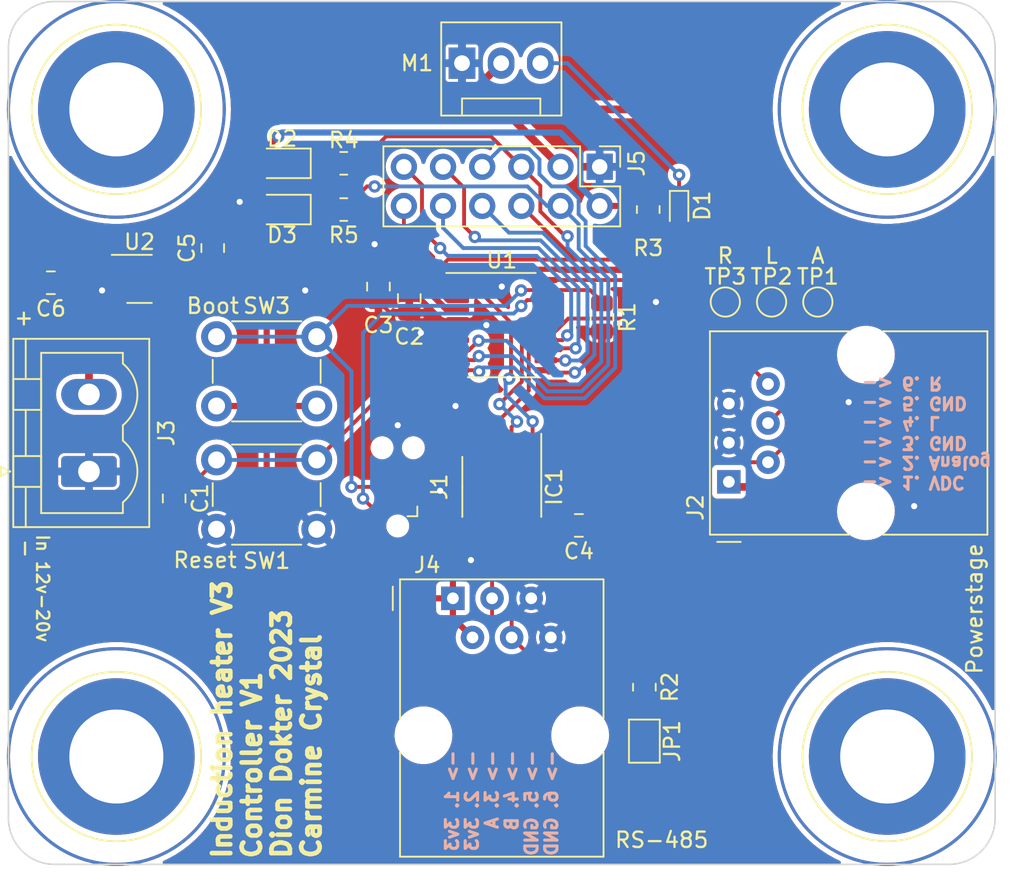
<source format=kicad_pcb>
(kicad_pcb (version 20221018) (generator pcbnew)
  (layers (0 "F.Cu" signal) (31 "B.Cu" signal) (34 "B.Paste" user) (35 "F.Paste" user) (36 "B.SilkS" user "B.Silkscreen") (37 "F.SilkS" user "F.Silkscreen") (38 "B.Mask" user) (39 "F.Mask" user) (44 "Edge.Cuts" user))
  (net 0 "")
  (net 1 "Net-(J1-~{RESET})")
  (net 2 "GND")
  (net 3 "+3V3")
  (net 4 "RS485_RX")
  (net 5 "RS485_DE")
  (net 6 "RS485_TX")
  (net 7 "Net-(IC1-A)")
  (net 8 "SWDIO")
  (net 9 "SWCLK")
  (net 11 "ANALOG_L")
  (net 12 "DRIVER_L")
  (net 13 "DRIVER_R")
  (net 14 "VDC")
  (net 15 "Net-(D1-K)")
  (net 16 "FAN_TACHO")
  (net 17 "HEADER_7")
  (net 18 "HEADER_8")
  (net 19 "HEADER_9")
  (net 20 "HEADER_10")
  (net 21 "HEADER_11")
  (net 22 "HEADER_12")
  (net 23 "Net-(JP1-A)")
  (net 25 "Net-(D2-K)")
  (net 26 "Net-(D3-K)")
  (net 27 "LED_G")
  (net 28 "LED_R")
  (net 29 "Net-(IC1-B)")
  (footprint "Capacitor_SMD:C_0805_2012Metric" (layer "F.Cu") (at 80 77 180)
    (fp_text reference "C4" (at 0 -1.68) (layer "F.SilkS"))
    (fp_text value "100n")
    (pad "1" smd roundrect (at -0.95 0 180) (size 1 1.45) (layers "F.Cu" "F.Paste" "F.Mask") (net 2 "GND"))
    (pad "2" smd roundrect (at 0.95 0 180) (size 1 1.45) (layers "F.Cu" "F.Paste" "F.Mask") (net 3 "+3V3"))
  )
  (footprint "Resistor_SMD:R_0805_2012Metric_Pad1.20x1.40mm_HandSolder" (layer "F.Cu") (at 84.5 56.5 -90)
    (fp_text reference "R3" (at 2.5 0 -180) (layer "F.SilkS"))
    (fp_text value "10k")
    (pad "1" smd roundrect (at -1 0 270) (size 1.2 1.4) (layers "F.Cu" "F.Paste" "F.Mask") (roundrect_rratio 0.208333) (net 3 "+3V3"))
    (pad "2" smd roundrect (at 1 0 270) (size 1.2 1.4) (layers "F.Cu" "F.Paste" "F.Mask") (roundrect_rratio 0.208333) (net 16 "FAN_TACHO"))
  )
  (footprint "Capacitor_SMD:C_0805_2012Metric" (layer "F.Cu") (at 56.25 59 90)
    (fp_text reference "C5" (at 0 -1.68 90) (layer "F.SilkS"))
    (fp_text value "1u")
    (pad "1" smd roundrect (at -0.95 0 90) (size 1 1.45) (layers "F.Cu" "F.Paste" "F.Mask") (net 3 "+3V3"))
    (pad "2" smd roundrect (at 0.95 0 90) (size 1 1.45) (layers "F.Cu" "F.Paste" "F.Mask") (net 2 "GND"))
  )
  (footprint "Button_Switch_THT:SW_PUSH_6mm" (layer "F.Cu") (at 56.5 64.75)
    (fp_text reference "SW3" (at 3.25 -2) (layer "F.SilkS"))
    (fp_text value "SW_Push")
    (pad "1" thru_hole circle (at 0 0 90) (size 2 2) (drill 1.1) (layers "*.Cu" "*.Mask") (net 9 "SWCLK"))
    (pad "1" thru_hole circle (at 6.5 0 90) (size 2 2) (drill 1.1) (layers "*.Cu" "*.Mask") (net 9 "SWCLK"))
    (pad "2" thru_hole circle (at 0 4.5 90) (size 2 2) (drill 1.1) (layers "*.Cu" "*.Mask") (net 3 "+3V3"))
    (pad "2" thru_hole circle (at 6.5 4.5 90) (size 2 2) (drill 1.1) (layers "*.Cu" "*.Mask") (net 3 "+3V3"))
  )
  (footprint "Package_TO_SOT_SMD:SOT-23-5" (layer "F.Cu") (at 51.5 61)
    (fp_text reference "U2" (at 0 -2.4) (layer "F.SilkS"))
    (fp_text value "NCP718xSN330")
    (pad "1" smd roundrect (at -1.1375 -0.95) (size 1.325 0.6) (layers "F.Cu" "F.Paste" "F.Mask") (net 14 "VDC"))
    (pad "2" smd roundrect (at -1.1375 0) (size 1.325 0.6) (layers "F.Cu" "F.Paste" "F.Mask") (net 2 "GND"))
    (pad "3" smd roundrect (at -1.1375 0.95) (size 1.325 0.6) (layers "F.Cu" "F.Paste" "F.Mask") (net 14 "VDC"))
    (pad "4" smd roundrect (at 1.1375 0.95) (size 1.325 0.6) (layers "F.Cu" "F.Paste" "F.Mask"))
    (pad "5" smd roundrect (at 1.1375 -0.95) (size 1.325 0.6) (layers "F.Cu" "F.Paste" "F.Mask") (net 3 "+3V3"))
  )
  (footprint "Connector:Banana_Jack_1Pin" (layer "F.Cu") (at 100 50)
    (fp_text reference "H3" hide)
    (fp_text value "MountingHole")
    (pad "1" thru_hole circle (at 0 0) (size 10.16 10.16) (drill 6.1) (layers "*.Cu" "*.Mask"))
  )
  (footprint "Connector_Phoenix_MSTB:PhoenixContact_MSTBVA_2,5_2-G_1x02_P5.00mm_Vertical" (layer "F.Cu") (at 48.2225 73.5 90)
    (fp_text reference "J3" (at 2.5 5.0275 90) (layer "F.SilkS"))
    (fp_text value "Screw_Terminal_01x02")
    (pad "1" thru_hole roundrect (at 0 0 90) (size 2 3.6) (drill 1.4) (layers "*.Cu" "*.Mask") (roundrect_rratio 0.125) (net 2 "GND"))
    (pad "2" thru_hole oval (at 5 0 90) (size 2 3.6) (drill 1.4) (layers "*.Cu" "*.Mask") (net 14 "VDC"))
  )
  (footprint "Package_SO:TSSOP-20_4.4x6.5mm_P0.65mm" (layer "F.Cu") (at 75 64)
    (fp_text reference "U1" (at 0 -4.2) (layer "F.SilkS"))
    (fp_text value "STM32G030F6Px")
    (pad "1" smd roundrect (at -2.8625 -2.925) (size 1.475 0.4) (layers "F.Cu" "F.Paste" "F.Mask") (net 4 "RS485_RX"))
    (pad "2" smd roundrect (at -2.8625 -2.275) (size 1.475 0.4) (layers "F.Cu" "F.Paste" "F.Mask") (net 16 "FAN_TACHO"))
    (pad "3" smd roundrect (at -2.8625 -1.625) (size 1.475 0.4) (layers "F.Cu" "F.Paste" "F.Mask") (net 22 "HEADER_12"))
    (pad "4" smd roundrect (at -2.8625 -0.975) (size 1.475 0.4) (layers "F.Cu" "F.Paste" "F.Mask") (net 3 "+3V3"))
    (pad "5" smd roundrect (at -2.8625 -0.325) (size 1.475 0.4) (layers "F.Cu" "F.Paste" "F.Mask") (net 2 "GND"))
    (pad "6" smd roundrect (at -2.8625 0.325) (size 1.475 0.4) (layers "F.Cu" "F.Paste" "F.Mask") (net 1 "Net-(J1-~{RESET})"))
    (pad "7" smd roundrect (at -2.8625 0.975) (size 1.475 0.4) (layers "F.Cu" "F.Paste" "F.Mask") (net 11 "ANALOG_L"))
    (pad "8" smd roundrect (at -2.8625 1.625) (size 1.475 0.4) (layers "F.Cu" "F.Paste" "F.Mask") (net 28 "LED_R"))
    (pad "9" smd roundrect (at -2.8625 2.275) (size 1.475 0.4) (layers "F.Cu" "F.Paste" "F.Mask") (net 27 "LED_G"))
    (pad "10" smd roundrect (at -2.8625 2.925) (size 1.475 0.4) (layers "F.Cu" "F.Paste" "F.Mask") (net 17 "HEADER_7"))
    (pad "11" smd roundrect (at 2.8625 2.925) (size 1.475 0.4) (layers "F.Cu" "F.Paste" "F.Mask") (net 18 "HEADER_8"))
    (pad "12" smd roundrect (at 2.8625 2.275) (size 1.475 0.4) (layers "F.Cu" "F.Paste" "F.Mask") (net 19 "HEADER_9"))
    (pad "13" smd roundrect (at 2.8625 1.625) (size 1.475 0.4) (layers "F.Cu" "F.Paste" "F.Mask") (net 20 "HEADER_10"))
    (pad "14" smd roundrect (at 2.8625 0.975) (size 1.475 0.4) (layers "F.Cu" "F.Paste" "F.Mask") (net 21 "HEADER_11"))
    (pad "15" smd roundrect (at 2.8625 0.325) (size 1.475 0.4) (layers "F.Cu" "F.Paste" "F.Mask") (net 13 "DRIVER_R"))
    (pad "16" smd roundrect (at 2.8625 -0.325) (size 1.475 0.4) (layers "F.Cu" "F.Paste" "F.Mask") (net 6 "RS485_TX"))
    (pad "17" smd roundrect (at 2.8625 -0.975) (size 1.475 0.4) (layers "F.Cu" "F.Paste" "F.Mask") (net 5 "RS485_DE"))
    (pad "18" smd roundrect (at 2.8625 -1.625) (size 1.475 0.4) (layers "F.Cu" "F.Paste" "F.Mask") (net 8 "SWDIO"))
    (pad "19" smd roundrect (at 2.8625 -2.275) (size 1.475 0.4) (layers "F.Cu" "F.Paste" "F.Mask") (net 9 "SWCLK"))
    (pad "20" smd roundrect (at 2.8625 -2.925) (size 1.475 0.4) (layers "F.Cu" "F.Paste" "F.Mask") (net 12 "DRIVER_L"))
  )
  (footprint "Connector:Tag-Connect_TC2030-IDC-NL_2x03_P1.27mm_Vertical" (layer "F.Cu") (at 68.25 74.5 90)
    (fp_text reference "J1" (at 0 2.7 90) (layer "F.SilkS"))
    (fp_text value "Conn_ARM_SWD_TagConnect_TC2030-NL")
    (pad "" np_thru_hole circle (at -2.54 0 90) (size 0.9906 0.9906) (drill 0.9906) (layers "*.Cu" "*.Mask"))
    (pad "" np_thru_hole circle (at 2.54 -1.016 90) (size 0.9906 0.9906) (drill 0.9906) (layers "*.Cu" "*.Mask"))
    (pad "" np_thru_hole circle (at 2.54 1.016 90) (size 0.9906 0.9906) (drill 0.9906) (layers "*.Cu" "*.Mask"))
    (pad "1" connect circle (at -1.27 0.635 90) (size 0.7874 0.7874) (layers "F.Cu" "F.Mask") (net 3 "+3V3"))
    (pad "2" connect circle (at -1.27 -0.635 90) (size 0.7874 0.7874) (layers "F.Cu" "F.Mask") (net 8 "SWDIO"))
    (pad "3" connect circle (at 0 0.635 90) (size 0.7874 0.7874) (layers "F.Cu" "F.Mask") (net 1 "Net-(J1-~{RESET})"))
    (pad "4" connect circle (at 0 -0.635 90) (size 0.7874 0.7874) (layers "F.Cu" "F.Mask") (net 9 "SWCLK"))
    (pad "5" connect circle (at 1.27 0.635 90) (size 0.7874 0.7874) (layers "F.Cu" "F.Mask") (net 2 "GND"))
    (pad "6" connect circle (at 1.27 -0.635 90) (size 0.7874 0.7874) (layers "F.Cu" "F.Mask"))
    (zone (net 0) (net_name "") (layer "F.Cu") (connect_pads (clearance 0)) (min_thickness 0.254)
      (keepout (tracks allowed) (vias not_allowed) (pads allowed) (copperpour not_allowed) (footprints not_allowed))
      (fill (thermal_gap 0.508) (thermal_bridge_width 0.508))
      (polygon (pts (xy 67.615 73.23) (xy 67.615 75.77) (xy 68.885 75.77) (xy 68.885 73.23)))
    )
  )
  (footprint "Connector:Banana_Jack_1Pin" (layer "F.Cu") (at 50 92)
    (fp_text reference "H2" hide)
    (fp_text value "MountingHole")
    (pad "1" thru_hole circle (at 0 0) (size 10.16 10.16) (drill 6.1) (layers "*.Cu" "*.Mask"))
  )
  (footprint "Capacitor_SMD:C_0805_2012Metric" (layer "F.Cu") (at 67 61.5 90)
    (fp_text reference "C3" (at -2.5 0 180) (layer "F.SilkS"))
    (fp_text value "4.7u")
    (pad "1" smd roundrect (at -0.95 0 90) (size 1 1.45) (layers "F.Cu" "F.Paste" "F.Mask") (net 2 "GND"))
    (pad "2" smd roundrect (at 0.95 0 90) (size 1 1.45) (layers "F.Cu" "F.Paste" "F.Mask") (net 3 "+3V3"))
  )
  (footprint "Resistor_SMD:R_0805_2012Metric_Pad1.20x1.40mm_HandSolder" (layer "F.Cu") (at 64.75 53.5 180)
    (fp_text reference "R4" (at 0 1.5) (layer "F.SilkS"))
    (fp_text value "100")
    (pad "1" smd roundrect (at -1 0 180) (size 1.2 1.4) (layers "F.Cu" "F.Paste" "F.Mask") (roundrect_rratio 0.208333) (net 28 "LED_R"))
    (pad "2" smd roundrect (at 1 0 180) (size 1.2 1.4) (layers "F.Cu" "F.Paste" "F.Mask") (roundrect_rratio 0.208333) (net 25 "Net-(D2-K)"))
  )
  (footprint "Resistor_SMD:R_0805_2012Metric_Pad1.20x1.40mm_HandSolder" (layer "F.Cu") (at 64.75 56.5 180)
    (fp_text reference "R5" (at 0 -1.65) (layer "F.SilkS"))
    (fp_text value "20")
    (pad "1" smd roundrect (at -1 0 180) (size 1.2 1.4) (layers "F.Cu" "F.Paste" "F.Mask") (roundrect_rratio 0.208333) (net 27 "LED_G"))
    (pad "2" smd roundrect (at 1 0 180) (size 1.2 1.4) (layers "F.Cu" "F.Paste" "F.Mask") (roundrect_rratio 0.208333) (net 26 "Net-(D3-K)"))
  )
  (footprint "Capacitor_SMD:C_0805_2012Metric" (layer "F.Cu") (at 69 62.25 90)
    (fp_text reference "C2" (at -2.5 0 180) (layer "F.SilkS"))
    (fp_text value "100n")
    (pad "1" smd roundrect (at -0.95 0 90) (size 1 1.45) (layers "F.Cu" "F.Paste" "F.Mask") (net 2 "GND"))
    (pad "2" smd roundrect (at 0.95 0 90) (size 1 1.45) (layers "F.Cu" "F.Paste" "F.Mask") (net 3 "+3V3"))
  )
  (footprint "Connector_RJ:RJ12_Amphenol_54601" (layer "F.Cu") (at 71.83 81.73)
    (fp_text reference "J4" (at -1.67 -2.16) (layer "F.SilkS"))
    (fp_text value "RJ12")
    (pad "" np_thru_hole circle (at -1.91 8.89) (size 3.25 3.25) (drill 3.25) (layers "*.Cu" "*.Mask"))
    (pad "" np_thru_hole circle (at 8.25 8.89) (size 3.25 3.25) (drill 3.25) (layers "*.Cu" "*.Mask"))
    (pad "1" thru_hole rect (at 0 0) (size 1.52 1.52) (drill 0.76) (layers "*.Cu" "*.Mask") (net 3 "+3V3"))
    (pad "2" thru_hole circle (at 1.27 2.54) (size 1.52 1.52) (drill 0.76) (layers "*.Cu" "*.Mask") (net 3 "+3V3"))
    (pad "3" thru_hole circle (at 2.54 0) (size 1.52 1.52) (drill 0.76) (layers "*.Cu" "*.Mask") (net 7 "Net-(IC1-A)"))
    (pad "4" thru_hole circle (at 3.81 2.54) (size 1.52 1.52) (drill 0.76) (layers "*.Cu" "*.Mask") (net 29 "Net-(IC1-B)"))
    (pad "5" thru_hole circle (at 5.08 0) (size 1.52 1.52) (drill 0.76) (layers "*.Cu" "*.Mask") (net 2 "GND"))
    (pad "6" thru_hole circle (at 6.35 2.54) (size 1.52 1.52) (drill 0.76) (layers "*.Cu" "*.Mask") (net 2 "GND"))
  )
  (footprint "TestPoint:TestPoint_Pad_D1.5mm" (layer "F.Cu") (at 92.5 62.5)
    (fp_text reference "TP2" (at 0 -1.648) (layer "F.SilkS"))
    (fp_text value "TestPoint")
    (pad "1" smd circle (at 0 0) (size 1.5 1.5) (layers "F.Cu" "F.Mask") (net 12 "DRIVER_L"))
  )
  (footprint "Capacitor_SMD:C_0805_2012Metric" (layer "F.Cu") (at 45.75 61.25 180)
    (fp_text reference "C6" (at 0 -1.68) (layer "F.SilkS"))
    (fp_text value "1u")
    (pad "1" smd roundrect (at -0.95 0 180) (size 1 1.45) (layers "F.Cu" "F.Paste" "F.Mask") (net 14 "VDC"))
    (pad "2" smd roundrect (at 0.95 0 180) (size 1 1.45) (layers "F.Cu" "F.Paste" "F.Mask") (net 2 "GND"))
  )
  (footprint "Connector_RJ:RJ12_Amphenol_54601" (layer "F.Cu") (at 89.73 74.17 90)
    (fp_text reference "J2" (at -1.67 -2.16 90) (layer "F.SilkS"))
    (fp_text value "RJ12")
    (pad "" np_thru_hole circle (at -1.91 8.89 90) (size 3.25 3.25) (drill 3.25) (layers "*.Cu" "*.Mask"))
    (pad "" np_thru_hole circle (at 8.25 8.89 90) (size 3.25 3.25) (drill 3.25) (layers "*.Cu" "*.Mask"))
    (pad "1" thru_hole rect (at 0 0 90) (size 1.52 1.52) (drill 0.76) (layers "*.Cu" "*.Mask") (net 14 "VDC"))
    (pad "2" thru_hole circle (at 1.27 2.54 90) (size 1.52 1.52) (drill 0.76) (layers "*.Cu" "*.Mask") (net 11 "ANALOG_L"))
    (pad "3" thru_hole circle (at 2.54 0 90) (size 1.52 1.52) (drill 0.76) (layers "*.Cu" "*.Mask") (net 2 "GND"))
    (pad "4" thru_hole circle (at 3.81 2.54 90) (size 1.52 1.52) (drill 0.76) (layers "*.Cu" "*.Mask") (net 12 "DRIVER_L"))
    (pad "5" thru_hole circle (at 5.08 0 90) (size 1.52 1.52) (drill 0.76) (layers "*.Cu" "*.Mask") (net 2 "GND"))
    (pad "6" thru_hole circle (at 6.35 2.54 90) (size 1.52 1.52) (drill 0.76) (layers "*.Cu" "*.Mask") (net 13 "DRIVER_R"))
  )
  (footprint "Connector_PinHeader_2.54mm:PinHeader_2x06_P2.54mm_Vertical" (layer "F.Cu") (at 81.35 53.725 -90)
    (fp_text reference "J5" (at -0.225 -2.4 90) (layer "F.SilkS"))
    (fp_text value "Conn_02x06_Top_Bottom")
    (pad "1" thru_hole rect (at 0 0 270) (size 1.7 1.7) (drill 1) (layers "*.Cu" "*.Mask") (net 2 "GND"))
    (pad "2" thru_hole oval (at 2.54 0 270) (size 1.7 1.7) (drill 1) (layers "*.Cu" "*.Mask") (net 3 "+3V3"))
    (pad "3" thru_hole oval (at 0 2.54 270) (size 1.7 1.7) (drill 1) (layers "*.Cu" "*.Mask") (net 14 "VDC"))
    (pad "4" thru_hole oval (at 2.54 2.54 270) (size 1.7 1.7) (drill 1) (layers "*.Cu" "*.Mask") (net 27 "LED_G"))
    (pad "5" thru_hole oval (at 0 5.08 270) (size 1.7 1.7) (drill 1) (layers "*.Cu" "*.Mask") (net 28 "LED_R"))
    (pad "6" thru_hole oval (at 2.54 5.08 270) (size 1.7 1.7) (drill 1) (layers "*.Cu" "*.Mask") (net 16 "FAN_TACHO"))
    (pad "7" thru_hole oval (at 0 7.62 270) (size 1.7 1.7) (drill 1) (layers "*.Cu" "*.Mask") (net 17 "HEADER_7"))
    (pad "8" thru_hole oval (at 2.54 7.62 270) (size 1.7 1.7) (drill 1) (layers "*.Cu" "*.Mask") (net 18 "HEADER_8"))
    (pad "9" thru_hole oval (at 0 10.16 270) (size 1.7 1.7) (drill 1) (layers "*.Cu" "*.Mask") (net 19 "HEADER_9"))
    (pad "10" thru_hole oval (at 2.54 10.16 270) (size 1.7 1.7) (drill 1) (layers "*.Cu" "*.Mask") (net 20 "HEADER_10"))
    (pad "11" thru_hole oval (at 0 12.7 270) (size 1.7 1.7) (drill 1) (layers "*.Cu" "*.Mask") (net 21 "HEADER_11"))
    (pad "12" thru_hole oval (at 2.54 12.7 270) (size 1.7 1.7) (drill 1) (layers "*.Cu" "*.Mask") (net 22 "HEADER_12"))
  )
  (footprint "Connector:FanPinHeader_1x03_P2.54mm_Vertical" (layer "F.Cu") (at 72.42 47)
    (fp_text reference "M1" (at -2.92 0) (layer "F.SilkS"))
    (fp_text value "Fan_3pin")
    (pad "1" thru_hole oval (at 5.08 0 90) (size 2.03 1.73) (drill 1.02) (layers "*.Cu" "*.Mask") (net 15 "Net-(D1-K)"))
    (pad "2" thru_hole oval (at 2.54 0 90) (size 2.03 1.73) (drill 1.02) (layers "*.Cu" "*.Mask") (net 14 "VDC"))
    (pad "3" thru_hole rect (at 0 0 90) (size 2.03 1.73) (drill 1.02) (layers "*.Cu" "*.Mask") (net 2 "GND"))
  )
  (footprint "Connector:Banana_Jack_1Pin" (layer "F.Cu") (at 100 92)
    (fp_text reference "H4" hide)
    (fp_text value "MountingHole")
    (pad "1" thru_hole circle (at 0 0) (size 10.16 10.16) (drill 6.1) (layers "*.Cu" "*.Mask"))
  )
  (footprint "Package_SO:SOIC-8_3.9x4.9mm_P1.27mm" (layer "F.Cu") (at 75 74.5 -90)
    (fp_text reference "IC1" (at 0 -3.4 90) (layer "F.SilkS"))
    (fp_text value "THVD1449DR")
    (pad "1" smd roundrect (at -2.475 -1.905 270) (size 1.95 0.6) (layers "F.Cu" "F.Paste" "F.Mask") (net 4 "RS485_RX"))
    (pad "2" smd roundrect (at -2.475 -0.635 270) (size 1.95 0.6) (layers "F.Cu" "F.Paste" "F.Mask") (net 5 "RS485_DE"))
    (pad "3" smd roundrect (at -2.475 0.635 270) (size 1.95 0.6) (layers "F.Cu" "F.Paste" "F.Mask") (net 5 "RS485_DE"))
    (pad "4" smd roundrect (at -2.475 1.905 270) (size 1.95 0.6) (layers "F.Cu" "F.Paste" "F.Mask") (net 6 "RS485_TX"))
    (pad "5" smd roundrect (at 2.475 1.905 270) (size 1.95 0.6) (layers "F.Cu" "F.Paste" "F.Mask") (net 2 "GND"))
    (pad "6" smd roundrect (at 2.475 0.635 270) (size 1.95 0.6) (layers "F.Cu" "F.Paste" "F.Mask") (net 7 "Net-(IC1-A)"))
    (pad "7" smd roundrect (at 2.475 -0.635 270) (size 1.95 0.6) (layers "F.Cu" "F.Paste" "F.Mask") (net 29 "Net-(IC1-B)"))
    (pad "8" smd roundrect (at 2.475 -1.905 270) (size 1.95 0.6) (layers "F.Cu" "F.Paste" "F.Mask") (net 3 "+3V3"))
  )
  (footprint "Diode_SMD:D_SOD-523" (layer "F.Cu") (at 86.5 56.55 -90)
    (fp_text reference "D1" (at -0.3 -1.5 90) (layer "F.SilkS"))
    (fp_text value "D")
    (pad "1" smd roundrect (at -0.7 0 90) (size 0.6 0.7) (layers "F.Cu" "F.Paste" "F.Mask") (net 15 "Net-(D1-K)"))
    (pad "2" smd roundrect (at 0.7 0 90) (size 0.6 0.7) (layers "F.Cu" "F.Paste" "F.Mask") (net 16 "FAN_TACHO"))
  )
  (footprint "LED_SMD:LED_0805_2012Metric_Pad1.15x1.40mm_HandSolder" (layer "F.Cu") (at 60.75 53.5 180)
    (fp_text reference "D2" (at 0 1.6) (layer "F.SilkS"))
    (fp_text value "LED")
    (pad "1" smd roundrect (at -1.025 0 180) (size 1.15 1.4) (layers "F.Cu" "F.Paste" "F.Mask") (roundrect_rratio 0.217391) (net 25 "Net-(D2-K)"))
    (pad "2" smd roundrect (at 1.025 0 180) (size 1.15 1.4) (layers "F.Cu" "F.Paste" "F.Mask") (roundrect_rratio 0.217391) (net 3 "+3V3"))
  )
  (footprint "Capacitor_SMD:C_0805_2012Metric" (layer "F.Cu") (at 53.75 75.25 -90)
    (fp_text reference "C1" (at 0 -1.68 90) (layer "F.SilkS"))
    (fp_text value "100n")
    (pad "1" smd roundrect (at -0.95 0 270) (size 1 1.45) (layers "F.Cu" "F.Paste" "F.Mask") (net 1 "Net-(J1-~{RESET})"))
    (pad "2" smd roundrect (at 0.95 0 270) (size 1 1.45) (layers "F.Cu" "F.Paste" "F.Mask") (net 2 "GND"))
  )
  (footprint "Resistor_SMD:R_0805_2012Metric" (layer "F.Cu") (at 84.25 87.5 -90)
    (fp_text reference "R2" (at 0 -1.65 90) (layer "F.SilkS"))
    (fp_text value "120")
    (pad "1" smd roundrect (at -0.9125 0 270) (size 1.025 1.4) (layers "F.Cu" "F.Paste" "F.Mask") (roundrect_rratio 0.243902) (net 29 "Net-(IC1-B)"))
    (pad "2" smd roundrect (at 0.9125 0 270) (size 1.025 1.4) (layers "F.Cu" "F.Paste" "F.Mask") (roundrect_rratio 0.243902) (net 23 "Net-(JP1-A)"))
  )
  (footprint "Resistor_SMD:R_0805_2012Metric" (layer "F.Cu") (at 81.5 63.5 -90)
    (fp_text reference "R1" (at 0 -1.65 90) (layer "F.SilkS"))
    (fp_text value "10k")
    (pad "1" smd roundrect (at -0.9125 0 270) (size 1.025 1.4) (layers "F.Cu" "F.Paste" "F.Mask") (roundrect_rratio 0.243902) (net 9 "SWCLK"))
    (pad "2" smd roundrect (at 0.9125 0 270) (size 1.025 1.4) (layers "F.Cu" "F.Paste" "F.Mask") (roundrect_rratio 0.243902) (net 2 "GND"))
  )
  (footprint "Connector:Banana_Jack_1Pin" (layer "F.Cu") (at 50 50)
    (fp_text reference "H1" hide)
    (fp_text value "MountingHole")
    (pad "1" thru_hole circle (at 0 0) (size 10.16 10.16) (drill 6.1) (layers "*.Cu" "*.Mask"))
  )
  (footprint "TestPoint:TestPoint_Pad_D1.5mm" (layer "F.Cu") (at 95.5 62.5)
    (fp_text reference "TP1" (at 0 -1.648) (layer "F.SilkS"))
    (fp_text value "TestPoint")
    (pad "1" smd circle (at 0 0) (size 1.5 1.5) (layers "F.Cu" "F.Mask") (net 11 "ANALOG_L"))
  )
  (footprint "TestPoint:TestPoint_Pad_D1.5mm" (layer "F.Cu") (at 89.5 62.5)
    (fp_text reference "TP3" (at 0 -1.648) (layer "F.SilkS"))
    (fp_text value "TestPoint")
    (pad "1" smd circle (at 0 0) (size 1.5 1.5) (layers "F.Cu" "F.Mask") (net 13 "DRIVER_R"))
  )
  (footprint "Jumper:SolderJumper-2_P1.3mm_Open_TrianglePad1.0x1.5mm" (layer "F.Cu") (at 84.25 91 -90)
    (fp_text reference "JP1" (at 0 -1.8 90) (layer "F.SilkS"))
    (fp_text value "SolderJumper_2_Open")
    (pad "1" smd custom (at -0.725 0 270) (size 0.3 0.3) (layers "F.Cu" "F.Mask") (net 23 "Net-(JP1-A)") (options (clearance outline) (anchor rect)) (primitives (gr_poly (pts (xy 1 0) (xy 0.5 0.75) (xy -0.5 0.75) (xy -0.5 -0.75) (xy 0.5 -0.75)) (width 0) (fill yes))))
    (pad "2" smd custom (at 0.725 0 270) (size 0.3 0.3) (layers "F.Cu" "F.Mask") (net 7 "Net-(IC1-A)") (options (clearance outline) (anchor rect)) (primitives (gr_poly (pts (xy 0.5 0.75) (xy -0.65 0.75) (xy -0.15 0) (xy -0.65 -0.75) (xy 0.5 -0.75)) (width 0) (fill yes))))
  )
  (footprint "Button_Switch_THT:SW_PUSH_6mm" (layer "F.Cu") (at 56.5 72.75)
    (fp_text reference "SW1" (at 3.25 6.55) (layer "F.SilkS"))
    (fp_text value "SW_Push")
    (pad "1" thru_hole circle (at 0 0 90) (size 2 2) (drill 1.1) (layers "*.Cu" "*.Mask") (net 1 "Net-(J1-~{RESET})"))
    (pad "1" thru_hole circle (at 6.5 0 90) (size 2 2) (drill 1.1) (layers "*.Cu" "*.Mask") (net 1 "Net-(J1-~{RESET})"))
    (pad "2" thru_hole circle (at 0 4.5 90) (size 2 2) (drill 1.1) (layers "*.Cu" "*.Mask") (net 2 "GND"))
    (pad "2" thru_hole circle (at 6.5 4.5 90) (size 2 2) (drill 1.1) (layers "*.Cu" "*.Mask") (net 2 "GND"))
  )
  (footprint "LED_SMD:LED_0805_2012Metric_Pad1.15x1.40mm_HandSolder" (layer "F.Cu") (at 60.75 56.5 180)
    (fp_text reference "D3" (at 0 -1.65) (layer "F.SilkS"))
    (fp_text value "LED")
    (pad "1" smd roundrect (at -1.025 0 180) (size 1.15 1.4) (layers "F.Cu" "F.Paste" "F.Mask") (roundrect_rratio 0.217391) (net 26 "Net-(D3-K)"))
    (pad "2" smd roundrect (at 1.025 0 180) (size 1.15 1.4) (layers "F.Cu" "F.Paste" "F.Mask") (roundrect_rratio 0.217391) (net 3 "+3V3"))
  )
  (gr_circle (center 100 50) (end 107 50) (stroke (width 0.2)) (fill none) (layer "F.Cu"))
  (gr_circle (center 50 92) (end 57 92) (stroke (width 0.2)) (fill none) (layer "F.Cu"))
  (gr_circle (center 50 50) (end 57 50) (stroke (width 0.2)) (fill none) (layer "F.Cu"))
  (gr_circle (center 100 92) (end 107 92) (stroke (width 0.2)) (fill none) (layer "F.Cu"))
  (gr_circle (center 50 50) (end 57 50) (stroke (width 0.2)) (fill none) (layer "B.Cu"))
  (gr_circle (center 100 92) (end 107 92) (stroke (width 0.2)) (fill none) (layer "B.Cu"))
  (gr_circle (center 50 92) (end 57 92) (stroke (width 0.2)) (fill none) (layer "B.Cu"))
  (gr_circle (center 100 50) (end 107 50) (stroke (width 0.2)) (fill none) (layer "B.Cu"))
  (gr_arc (start 46 99) (mid 43.87868 98.12132) (end 43 96) (stroke (width 0.1)) (layer "Edge.Cuts"))
  (gr_arc (start 107 96) (mid 106.12132 98.12132) (end 104 99) (stroke (width 0.1)) (layer "Edge.Cuts"))
  (gr_line (start 46 43) (end 104 43) (stroke (width 0.1)) (layer "Edge.Cuts"))
  (gr_arc (start 43 46) (mid 43.87868 43.87868) (end 46 43) (stroke (width 0.1)) (layer "Edge.Cuts"))
  (gr_line (start 107 46) (end 107 96) (stroke (width 0.1)) (layer "Edge.Cuts"))
  (gr_line (start 104 99) (end 46 99) (stroke (width 0.1)) (layer "Edge.Cuts"))
  (gr_arc (start 104 43) (mid 106.12132 43.87868) (end 107 46) (stroke (width 0.1)) (layer "Edge.Cuts"))
  (gr_line (start 43 96) (end 43 46) (stroke (width 0.1)) (layer "Edge.Cuts"))
  (gr_text "-> 1. 3v3\n-> 2. 3v3\n-> 3. A\n-> 4. B\n-> 5. GND\n-> 6. GND" (at 75 91.5 90) (layer "B.SilkS") (effects (font (size 0.8 0.8) (thickness 0.2) bold) (justify left mirror)))
  (gr_text "-> 1. VDC\n-> 2. Analog\n-> 3. GND\n-> 4. L\n-> 5. GND\n-> 6. R" (at 98.25 71 180) (layer "B.SilkS") (effects (font (size 0.8 0.8) (thickness 0.2) bold) (justify left mirror)))
  (gr_text "Powerstage" (at 106.25 86.75 90) (layer "F.SilkS") (effects (font (size 1 1)) (justify left bottom)))
  (gr_text "+" (at 44 63.5) (layer "F.SilkS") (effects (font (size 1 1))))
  (gr_text "Boot" (at 56.25 62.75) (layer "F.SilkS") (effects (font (size 1 1))))
  (gr_text "In 12v-20v" (at 44.75 77.5 270) (layer "F.SilkS") (effects (font (size 0.8 0.8)) (justify left bottom)))
  (gr_text "-" (at 44 78.5 90) (layer "F.SilkS") (effects (font (size 1 1))))
  (gr_text "RS-485" (at 82.25 98) (layer "F.SilkS") (effects (font (size 1 1)) (justify left bottom)))
  (gr_text "Induction heater V3\nController V1\nDion Dokter 2023\nCarmine Crystal" (at 59.75 98.75 90) (layer "F.SilkS") (effects (font (size 1.2 1.2) (thickness 0.3) bold) (justify left)))
  (gr_text "A" (at 95.5 59.5) (layer "F.SilkS") (effects (font (size 1 1))))
  (gr_text "R\n" (at 89.5 59.5) (layer "F.SilkS") (effects (font (size 1 1))))
  (gr_text "L" (at 92.5 59.5) (layer "F.SilkS") (effects (font (size 1 1))))
  (gr_text "Reset" (at 55.75 79.25) (layer "F.SilkS") (effects (font (size 1 1))))
  (segment (start 68.125 68.125) (end 70.75 70.75) (width 0.25) (layer "F.Cu") (net 1))
  (segment (start 70.75 72.635) (end 68.885 74.5) (width 0.25) (layer "F.Cu") (net 1))
  (segment (start 63 72.75) (end 67.625 68.125) (width 0.25) (layer "F.Cu") (net 1))
  (segment (start 54.95 74.3) (end 53.75 74.3) (width 0.25) (layer "F.Cu") (net 1))
  (segment (start 67.625 68.125) (end 71.425 64.325) (width 0.25) (layer "F.Cu") (net 1))
  (segment (start 71.425 64.325) (end 72.1375 64.325) (width 0.25) (layer "F.Cu") (net 1))
  (segment (start 67.625 68.125) (end 68.125 68.125) (width 0.25) (layer "F.Cu") (net 1))
  (segment (start 70.75 70.75) (end 70.75 72.635) (width 0.25) (layer "F.Cu") (net 1))
  (segment (start 56.5 72.75) (end 54.95 74.3) (width 0.25) (layer "F.Cu") (net 1))
  (segment (start 56.5 72.75) (end 63 72.75) (width 0.25) (layer "B.Cu") (net 1))
  (segment (start 50.3625 61) (end 50.746751 61) (width 0.25) (layer "F.Cu") (net 2))
  (segment (start 51.5 60.5) (end 51 61) (width 0.25) (layer "F.Cu") (net 2))
  (segment (start 51 61) (end 50.3625 61) (width 0.25) (layer "F.Cu") (net 2))
  (segment (start 69 63.2) (end 67.75 63.2) (width 0.25) (layer "F.Cu") (net 2))
  (segment (start 51.5 59.5) (end 51.5 60.5) (width 0.25) (layer "F.Cu") (net 2))
  (segment (start 50.3625 61) (end 54 61) (width 0.25) (layer "F.Cu") (net 2))
  (segment (start 51.5 61.753249) (end 51.5 63) (width 0.25) (layer "F.Cu") (net 2))
  (segment (start 50.746751 61) (end 51.5 61.753249) (width 0.25) (layer "F.Cu") (net 2))
  (segment (start 68.25 72.595) (end 68.25 70.5) (width 0.25) (layer "F.Cu") (net 2))
  (segment (start 54 59.25) (end 51.75 59.25) (width 0.25) (layer "F.Cu") (net 2))
  (segment (start 67.75 63.2) (end 67 62.45) (width 0.25) (layer "F.Cu") (net 2))
  (segment (start 55.2 58.05) (end 54 59.25) (width 0.25) (layer "F.Cu") (net 2))
  (segment (start 51.75 59.25) (end 51.5 59.5) (width 0.25) (layer "F.Cu") (net 2))
  (segment (start 69.475 63.675) (end 69 63.2) (width 0.25) (layer "F.Cu") (net 2))
  (segment (start 72.1375 63.675) (end 69.475 63.675) (width 0.25) (layer "F.Cu") (net 2))
  (segment (start 56.25 58.05) (end 55.2 58.05) (width 0.25) (layer "F.Cu") (net 2))
  (segment (start 68.885 73.23) (end 68.25 72.595) (width 0.25) (layer "F.Cu") (net 2))
  (segment (start 73.675 63.675) (end 72.1375 63.675) (width 0.25) (layer "F.Cu") (net 2))
  (segment (start 55.45 76.2) (end 56.5 77.25) (width 0.25) (layer "F.Cu") (net 2))
  (segment (start 74 64) (end 73.675 63.675) (width 0.25) (layer "F.Cu") (net 2))
  (segment (start 53.75 76.2) (end 55.45 76.2) (width 0.25) (layer "F.Cu") (net 2))
  (via (at 75 61.5) (size 0.8) (drill 0.4) (layers "F.Cu" "B.Cu") (net 2))
  (via (at 68.25 70.5) (size 0.8) (drill 0.4) (layers "F.Cu" "B.Cu") (net 2))
  (via (at 66.75 58.75) (size 0.8) (drill 0.4) (layers "F.Cu" "B.Cu") (net 2))
  (via (at 85 62.5) (size 0.8) (drill 0.4) (layers "F.Cu" "B.Cu") (net 2))
  (via (at 58 56) (size 0.8) (drill 0.4) (layers "F.Cu" "B.Cu") (net 2))
  (via (at 71 74.75) (size 0.8) (drill 0.4) (layers "F.Cu" "B.Cu") (net 2))
  (via (at 72 69.25) (size 0.8) (drill 0.4) (layers "F.Cu" "B.Cu") (net 2))
  (via (at 62.25 61.75) (size 0.8) (drill 0.4) (layers "F.Cu" "B.Cu") (net 2))
  (via (at 74 64) (size 0.8) (drill 0.4) (layers "F.Cu" "B.Cu") (net 2))
  (via (at 69.75 64.5) (size 0.8) (drill 0.4) (layers "F.Cu" "B.Cu") (net 2))
  (via (at 73 79.25) (size 0.8) (drill 0.4) (layers "F.Cu" "B.Cu") (net 2))
  (via (at 49.072 61.75) (size 0.8) (drill 0.4) (layers "F.Cu" "B.Cu") (net 2))
  (via (at 97.5 69) (size 0.8) (drill 0.4) (layers "F.Cu" "B.Cu") (net 2))
  (via (at 101.75 75.75) (size 0.8) (drill 0.4) (layers "F.Cu" "B.Cu") (net 2))
  (segment (start 72.5 75.5) (end 75.806751 75.5) (width 0.4) (layer "F.Cu") (net 3))
  (segment (start 59.75 69.25) (end 59.75 77.5) (width 0.4) (layer "F.Cu") (net 3))
  (segment (start 79.05 77) (end 76.93 77) (width 0.4) (layer "F.Cu") (net 3))
  (segment (start 58.75 60.05) (end 67 60.05) (width 0.4) (layer "F.Cu") (net 3))
  (segment (start 59.725 59.075) (end 58.75 60.05) (width 0.4) (layer "F.Cu") (net 3))
  (segment (start 69.336979 60.913021) (end 69.711979 61.288021) (width 0.4) (layer "F.Cu") (net 3))
  (segment (start 67 60.05) (end 68.473959 60.05) (width 0.4) (layer "F.Cu") (net 3))
  (segment (start 69.711979 61.288021) (end 71.448959 63.025) (width 0.4) (layer "F.Cu") (net 3))
  (segment (start 60.5 51.75) (end 59.725 52.525) (width 0.4) (layer "F.Cu") (net 3))
  (segment (start 59.725 53.5) (end 59.725 56.5) (width 0.4) (layer "F.Cu") (net 3))
  (segment (start 70.5575 77.4425) (end 68.885 75.77) (width 0.4) (layer "F.Cu") (net 3))
  (segment (start 70.5575 77.4425) (end 72.5 75.5) (width 0.4) (layer "F.Cu") (net 3))
  (segment (start 67 60.55) (end 67 60.05) (width 0.4) (layer "F.Cu") (net 3))
  (segment (start 71.83 78.715) (end 70.5575 77.4425) (width 0.4) (layer "F.Cu") (net 3))
  (segment (start 69 61.3) (end 69 61.25) (width 0.4) (layer "F.Cu") (net 3))
  (segment (start 59.75 69.25) (end 63 69.25) (width 0.4) (layer "F.Cu") (net 3))
  (segment (start 82.985 56.265) (end 83.75 55.5) (width 0.4) (layer "F.Cu") (net 3))
  (segment (start 71.83 81.73) (end 71.83 83) (width 0.4) (layer "F.Cu") (net 3))
  (segment (start 59.75 77.5) (end 63.98 81.73) (width 0.4) (layer "F.Cu") (net 3))
  (segment (start 82.985 56.265) (end 81.35 56.265) (width 0.4) (layer "F.Cu") (net 3))
  (segment (start 76.905 76.598249) (end 76.905 76.975) (width 0.4) (layer "F.Cu") (net 3))
  (segment (start 75.806751 75.5) (end 76.905 76.598249) (width 0.4) (layer "F.Cu") (net 3))
  (segment (start 59.725 52.525) (end 59.725 53.5) (width 0.4) (layer "F.Cu") (net 3))
  (segment (start 68.473959 60.05) (end 69.336979 60.913021) (width 0.4) (layer "F.Cu") (net 3))
  (segment (start 59.725 56.5) (end 59.725 59.075) (width 0.4) (layer "F.Cu") (net 3))
  (segment (start 69 61.25) (end 69.336979 60.913021) (width 0.4) (layer "F.Cu") (net 3))
  (segment (start 83.75 55.5) (end 84.5 55.5) (width 0.4) (layer "F.Cu") (net 3))
  (segment (start 63.98 81.73) (end 71.83 81.73) (width 0.4) (layer "F.Cu") (net 3))
  (segment (start 76.93 77) (end 76.905 76.975) (width 0.4) (layer "F.Cu") (net 3))
  (segment (start 71.83 83) (end 73.1 84.27) (width 0.4) (layer "F.Cu") (net 3))
  (segment (start 71.448959 63.025) (end 72.1375 63.025) (width 0.4) (layer "F.Cu") (net 3))
  (segment (start 59.75 61.05) (end 58.75 60.05) (width 0.4) (layer "F.Cu") (net 3))
  (segment (start 56.5 69.25) (end 59.75 69.25) (width 0.4) (layer "F.Cu") (net 3))
  (segment (start 59.75 69.25) (end 59.75 61.05) (width 0.4) (layer "F.Cu") (net 3))
  (segment (start 52.6375 60.05) (end 58.75 60.05) (width 0.4) (layer "F.Cu") (net 3))
  (segment (start 71.83 81.73) (end 71.83 78.715) (width 0.4) (layer "F.Cu") (net 3))
  (via (at 60.5 51.75) (size 0.8) (drill 0.4) (layers "F.Cu" "B.Cu") (net 3))
  (segment (start 78.801384 51.5) (end 60.75 51.5) (width 0.4) (layer "B.Cu") (net 3))
  (segment (start 81.35 56.265) (end 80.1 55.015) (width 0.4) (layer "B.Cu") (net 3))
  (segment (start 60.75 51.5) (end 60.5 51.75) (width 0.4) (layer "B.Cu") (net 3))
  (segment (start 80.1 55.015) (end 80.1 52.798616) (width 0.4) (layer "B.Cu") (net 3))
  (segment (start 80.1 52.798616) (end 78.801384 51.5) (width 0.4) (layer "B.Cu") (net 3))
  (segment (start 75.475755 67.475049) (end 75.6 67.350804) (width 0.25) (layer "F.Cu") (net 4))
  (segment (start 77 71.93) (end 76.905 72.025) (width 0.25) (layer "F.Cu") (net 4))
  (segment (start 72.826041 61.075) (end 72.1375 61.075) (width 0.25) (layer "F.Cu") (net 4))
  (segment (start 77 70.25) (end 77 71.93) (width 0.25) (layer "F.Cu") (net 4))
  (segment (start 75.6 67.350804) (end 75.6 63.848959) (width 0.25) (layer "F.Cu") (net 4))
  (segment (start 75.6 63.848959) (end 72.826041 61.075) (width 0.25) (layer "F.Cu") (net 4))
  (via (at 75.475755 67.475049) (size 0.8) (drill 0.4) (layers "F.Cu" "B.Cu") (net 4))
  (via (at 77 70.25) (size 0.8) (drill 0.4) (layers "F.Cu" "B.Cu") (net 4))
  (segment (start 75.475755 67.475049) (end 75.25 67.700804) (width 0.25) (layer "B.Cu") (net 4))
  (segment (start 75.25 68.5) (end 77 70.25) (width 0.25) (layer "B.Cu") (net 4))
  (segment (start 75.25 67.700804) (end 75.25 68.5) (width 0.25) (layer "B.Cu") (net 4))
  (segment (start 74.850402 69.125) (end 76.3 67.675402) (width 0.25) (layer "F.Cu") (net 5))
  (segment (start 77.173959 63.025) (end 77.8625 63.025) (width 0.25) (layer "F.Cu") (net 5))
  (segment (start 75.635 72.025) (end 74.365 72.025) (width 0.25) (layer "F.Cu") (net 5))
  (segment (start 76.3 63.898959) (end 77.173959 63.025) (width 0.25) (layer "F.Cu") (net 5))
  (segment (start 75.987701 70.262299) (end 75.635 70.615) (width 0.25) (layer "F.Cu") (net 5))
  (segment (start 75.635 70.615) (end 75.635 72.025) (width 0.25) (layer "F.Cu") (net 5))
  (segment (start 76.3 67.675402) (end 76.3 63.898959) (width 0.25) (layer "F.Cu") (net 5))
  (via (at 75.987701 70.262299) (size 0.8) (drill 0.4) (layers "F.Cu" "B.Cu") (net 5))
  (via (at 74.850402 69.125) (size 0.8) (drill 0.4) (layers "F.Cu" "B.Cu") (net 5))
  (segment (start 75.987701 70.262299) (end 74.850402 69.125) (width 0.25) (layer "B.Cu") (net 5))
  (segment (start 73.095 71.648249) (end 73.095 72.025) (width 0.25) (layer "F.Cu") (net 6))
  (segment (start 74.275 70.725) (end 74.018249 70.725) (width 0.25) (layer "F.Cu") (net 6))
  (segment (start 77.173959 63.675) (end 76.75 64.098959) (width 0.25) (layer "F.Cu") (net 6))
  (segment (start 74.018249 70.725) (end 73.095 71.648249) (width 0.25) (layer "F.Cu") (net 6))
  (segment (start 77.8625 63.675) (end 77.173959 63.675) (width 0.25) (layer "F.Cu") (net 6))
  (segment (start 76.75 68.25) (end 74.275 70.725) (width 0.25) (layer "F.Cu") (net 6))
  (segment (start 76.75 64.098959) (end 76.75 68.25) (width 0.25) (layer "F.Cu") (net 6))
  (segment (start 82.5 90.75) (end 83.475 91.725) (width 0.25) (layer "F.Cu") (net 7))
  (segment (start 81 87.75) (end 82.5 89.25) (width 0.25) (layer "F.Cu") (net 7))
  (segment (start 74.365 76.975) (end 74.37 76.98) (width 0.25) (layer "F.Cu") (net 7))
  (segment (start 83.475 91.725) (end 84.25 91.725) (width 0.25) (layer "F.Cu") (net 7))
  (segment (start 76.75 87.75) (end 81 87.75) (width 0.25) (layer "F.Cu") (net 7))
  (segment (start 74.37 76.98) (end 74.37 81.73) (width 0.25) (layer "F.Cu") (net 7))
  (segment (start 74.37 85.37) (end 76.75 87.75) (width 0.25) (layer "F.Cu") (net 7))
  (segment (start 74.37 81.73) (end 74.37 85.37) (width 0.25) (layer "F.Cu") (net 7))
  (segment (start 82.5 89.25) (end 82.5 90.75) (width 0.25) (layer "F.Cu") (net 7))
  (segment (start 66 75.25) (end 66.52 75.77) (width 0.25) (layer "F.Cu") (net 8))
  (segment (start 76.649599 62.375) (end 77.8625 62.375) (width 0.25) (layer "F.Cu") (net 8))
  (segment (start 66.52 75.77) (end 67.615 75.77) (width 0.25) (layer "F.Cu") (net 8))
  (segment (start 76.262548 62.762051) (end 76.649599 62.375) (width 0.25) (layer "F.Cu") (net 8))
  (via (at 76.262548 62.762051) (size 0.8) (drill 0.4) (layers "F.Cu" "B.Cu") (net 8))
  (via (at 66 75.25) (size 0.8) (drill 0.4) (layers "F.Cu" "B.Cu") (net 8))
  (segment (start 66 64.5) (end 67.25 63.25) (width 0.25) (layer "B.Cu") (net 8))
  (segment (start 67.25 63.25) (end 75.774599 63.25) (width 0.25) (layer "B.Cu") (net 8))
  (segment (start 75.774599 63.25) (end 76.262548 62.762051) (width 0.25) (layer "B.Cu") (net 8))
  (segment (start 66 75.25) (end 66 64.5) (width 0.25) (layer "B.Cu") (net 8))
  (segment (start 76.275 61.725) (end 76.25 61.75) (width 0.25) (layer "F.Cu") (net 9))
  (segment (start 77.8625 61.725) (end 80.725 61.725) (width 0.25) (layer "F.Cu") (net 9))
  (segment (start 80.725 61.725) (end 81.5 62.5) (width 0.25) (layer "F.Cu") (net 9))
  (segment (start 65.25 74.5) (end 67.615 74.5) (width 0.25) (layer "F.Cu") (net 9))
  (segment (start 77.8625 61.725) (end 76.275 61.725) (width 0.25) (layer "F.Cu") (net 9))
  (segment (start 81.5 62.5) (end 81.5 62.5875) (width 0.25) (layer "F.Cu") (net 9))
  (via (at 65.25 74.5) (size 0.8) (drill 0.4) (layers "F.Cu" "B.Cu") (net 9))
  (via (at 76.25 61.75) (size 0.8) (drill 0.4) (layers "F.Cu" "B.Cu") (net 9))
  (segment (start 56.5 64.75) (end 63 64.75) (width 0.25) (layer "B.Cu") (net 9))
  (segment (start 65.25 74.5) (end 65.25 67) (width 0.25) (layer "B.Cu") (net 9))
  (segment (start 75.25 62.75) (end 65 62.75) (width 0.25) (layer "B.Cu") (net 9))
  (segment (start 65.25 67) (end 63 64.75) (width 0.25) (layer "B.Cu") (net 9))
  (segment (start 76.25 61.75) (end 75.25 62.75) (width 0.25) (layer "B.Cu") (net 9))
  (segment (start 65 62.75) (end 63 64.75) (width 0.25) (layer "B.Cu") (net 9))
  (segment (start 69.25 67.173959) (end 69.25 68.5) (width 0.25) (layer "F.Cu") (net 11))
  (segment (start 81.3 73.5) (end 81.9 72.9) (width 0.25) (layer "F.Cu") (net 11))
  (segment (start 81.9 72.9) (end 92.27 72.9) (width 0.25) (layer "F.Cu") (net 11))
  (segment (start 72.1375 64.975) (end 71.448959 64.975) (width 0.25) (layer "F.Cu") (net 11))
  (segment (start 72 73.5) (end 81.3 73.5) (width 0.25) (layer "F.Cu") (net 11))
  (segment (start 71.448959 64.975) (end 69.25 67.173959) (width 0.25) (layer "F.Cu") (net 11))
  (segment (start 69.25 68.5) (end 71.25 70.5) (width 0.25) (layer "F.Cu") (net 11))
  (segment (start 71.25 72.75) (end 72 73.5) (width 0.25) (layer "F.Cu") (net 11))
  (segment (start 71.25 70.5) (end 71.25 72.75) (width 0.25) (layer "F.Cu") (net 11))
  (segment (start 95.5 69.67) (end 95.5 62.5) (width 0.25) (layer "F.Cu") (net 11))
  (segment (start 92.27 72.9) (end 95.5 69.67) (width 0.25) (layer "F.Cu") (net 11))
  (segment (start 93.75 68.88) (end 92.27 70.36) (width 0.25) (layer "F.Cu") (net 12))
  (segment (start 92.5 62.5) (end 93.75 63.75) (width 0.25) (layer "F.Cu") (net 12))
  (segment (start 92.5 62.5) (end 91.075 61.075) (width 0.25) (layer "F.Cu") (net 12))
  (segment (start 91.075 61.075) (end 77.8625 61.075) (width 0.25) (layer "F.Cu") (net 12))
  (segment (start 93.75 63.75) (end 93.75 68.88) (width 0.25) (layer "F.Cu") (net 12))
  (segment (start 78.561913 64.325) (end 79.311913 63.575) (width 0.25) (layer "F.Cu") (net 13))
  (segment (start 89.5 62.5) (end 89.5 63.6) (width 0.25) (layer "F.Cu") (net 13))
  (segment (start 77.8625 64.325) (end 78.561913 64.325) (width 0.25) (layer "F.Cu") (net 13))
  (segment (start 79.311913 63.575) (end 88.025 63.575) (width 0.25) (layer "F.Cu") (net 13))
  (segment (start 88.025 63.575) (end 88.775 64.325) (width 0.25) (layer "F.Cu") (net 13))
  (segment (start 89.5 63.6) (end 88.775 64.325) (width 0.25) (layer "F.Cu") (net 13))
  (segment (start 88.775 64.325) (end 92.27 67.82) (width 0.25) (layer "F.Cu") (net 13))
  (segment (start 95.5 74.5) (end 90.06 74.5) (width 0.5) (layer "F.Cu") (net 14))
  (segment (start 50.3625 60.05) (end 49.4225 60.05) (width 0.25) (layer "F.Cu") (net 14))
  (segment (start 48.2225 64.09) (end 48.2225 64.25) (width 0.25) (layer "F.Cu") (net 14))
  (segment (start 48.2225 59.5275) (end 49.325 58.425) (width 0.5) (layer "F.Cu") (net 14))
  (segment (start 101.5 68.5) (end 95.5 74.5) (width 0.5) (layer "F.Cu") (net 14))
  (segment (start 49.4225 60.05) (end 48.2225 61.25) (width 0.25) (layer "F.Cu") (net 14))
  (segment (start 72 50) (end 75.085 50) (width 0.5) (layer "F.Cu") (net 14))
  (segment (start 60 50) (end 72 50) (width 0.5) (layer "F.Cu") (net 14))
  (segment (start 90.06 74.5) (end 89.73 74.17) (width 0.5) (layer "F.Cu") (net 14))
  (segment (start 75.085 50) (end 87 50) (width 0.5) (layer "F.Cu") (net 14))
  (segment (start 48.2225 64.25) (end 48.2225 63) (width 0.5) (layer "F.Cu") (net 14))
  (segment (start 49.325 58.425) (end 53.575 58.425) (width 0.5) (layer "F.Cu") (net 14))
  (segment (start 58.25 51.75) (end 60 50) (width 0.5) (layer "F.Cu") (net 14))
  (segment (start 48.2225 68.5) (end 48.2225 64.25) (width 0.5) (layer "F.Cu") (net 14))
  (segment (start 74.96 47) (end 72 49.96) (width 0.5) (layer "F.Cu") (net 14))
  (segment (start 50.3625 61.95) (end 48.2225 64.09) (width 0.25) (layer "F.Cu") (net 14))
  (segment (start 58.25 53.75) (end 58.25 51.75) (width 0.5) (layer "F.Cu") (net 14))
  (segment (start 48.2225 61.25) (end 48.2225 59.5275) (width 0.5) (layer "F.Cu") (net 14))
  (segment (start 53.575 58.425) (end 58.25 53.75) (width 0.5) (layer "F.Cu") (net 14))
  (segment (start 72 49.96) (end 72 50) (width 0.5) (layer "F.Cu") (net 14))
  (segment (start 48.2225 63) (end 48.2225 61.25) (width 0.5) (layer "F.Cu") (net 14))
  (segment (start 75.085 50) (end 78.81 53.725) (width 0.5) (layer "F.Cu") (net 14))
  (segment (start 48.2225 61.25) (end 46.7 61.25) (width 0.25) (layer "F.Cu") (net 14))
  (segment (start 101.5 64.5) (end 101.5 68.5) (width 0.5) (layer "F.Cu") (net 14))
  (segment (start 87 50) (end 101.5 64.5) (width 0.5) (layer "F.Cu") (net 14))
  (segment (start 86.5 55.85) (end 86.5 54.25) (width 0.25) (layer "F.Cu") (net 15))
  (via (at 86.5 54.25) (size 0.8) (drill 0.4) (layers "F.Cu" "B.Cu") (net 15))
  (segment (start 86.5 54.25) (end 79.25 47) (width 0.25) (layer "B.Cu") (net 15))
  (segment (start 79.25 47) (end 77.5 47) (width 0.25) (layer "B.Cu") (net 15))
  (segment (start 79.75 59.75) (end 75.75 59.75) (width 0.25) (layer "F.Cu") (net 16))
  (segment (start 71.448959 61.725) (end 71 61.276041) (width 0.25) (layer "F.Cu") (net 16))
  (segment (start 71.5 59.75) (end 75.75 59.75) (width 0.25) (layer "F.Cu") (net 16))
  (segment (start 71 61.276041) (end 71 60.25) (width 0.25) (layer "F.Cu") (net 16))
  (segment (start 79.75 59.745) (end 79.75 59.75) (width 0.25) (layer "F.Cu") (net 16))
  (segment (start 72.1375 61.725) (end 71.448959 61.725) (width 0.25) (layer "F.Cu") (net 16))
  (segment (start 71 60.25) (end 71.5 59.75) (width 0.25) (layer "F.Cu") (net 16))
  (segment (start 76.27 56.265) (end 79.75 59.745) (width 0.25) (layer "F.Cu") (net 16))
  (segment (start 84.5 57.5) (end 86.25 57.5) (width 0.25) (layer "F.Cu") (net 16))
  (segment (start 86.25 57.5) (end 86.5 57.25) (width 0.25) (layer "F.Cu") (net 16))
  (segment (start 82.25 59.75) (end 84.5 57.5) (width 0.25) (layer "F.Cu") (net 16))
  (segment (start 79.75 59.75) (end 82.25 59.75) (width 0.25) (layer "F.Cu") (net 16))
  (segment (start 73.526153 67.011706) (end 73.439447 66.925) (width 0.25) (layer "F.Cu") (net 17))
  (segment (start 73.439447 66.925) (end 72.1375 66.925) (width 0.25) (layer "F.Cu") (net 17))
  (via (at 73.526153 67.011706) (size 0.8) (drill 0.4) (layers "F.Cu" "B.Cu") (net 17))
  (segment (start 73.78781 66.750049) (end 75.775354 66.750049) (width 0.25) (layer "B.Cu") (net 17))
  (segment (start 74.905 52.55) (end 73.73 53.725) (width 0.25) (layer "B.Cu") (net 17))
  (segment (start 79.985 55.778299) (end 79.206701 55) (width 0.25) (layer "B.Cu") (net 17))
  (segment (start 80.439799 57.258403) (end 79.985 56.803604) (width 0.25) (layer "B.Cu") (net 17))
  (segment (start 77.445 54.211701) (end 77.445 53.238299) (width 0.25) (layer "B.Cu") (net 17))
  (segment (start 80.365899 68.75) (end 82.355146 66.760753) (width 0.25) (layer "B.Cu") (net 17))
  (segment (start 82.355146 66.760753) (end 82.355146 60.78677) (width 0.25) (layer "B.Cu") (net 17))
  (segment (start 76.756701 52.55) (end 74.905 52.55) (width 0.25) (layer "B.Cu") (net 17))
  (segment (start 79.985 56.803604) (end 79.985 55.778299) (width 0.25) (layer "B.Cu") (net 17))
  (segment (start 80.439799 58.871423) (end 80.439799 57.258403) (width 0.25) (layer "B.Cu") (net 17))
  (segment (start 82.355146 60.78677) (end 80.439799 58.871423) (width 0.25) (layer "B.Cu") (net 17))
  (segment (start 75.775354 66.750049) (end 77.775305 68.75) (width 0.25) (layer "B.Cu") (net 17))
  (segment (start 73.526153 67.011706) (end 73.78781 66.750049) (width 0.25) (layer "B.Cu") (net 17))
  (segment (start 77.775305 68.75) (end 80.365899 68.75) (width 0.25) (layer "B.Cu") (net 17))
  (segment (start 78.233299 55) (end 77.445 54.211701) (width 0.25) (layer "B.Cu") (net 17))
  (segment (start 79.206701 55) (end 78.233299 55) (width 0.25) (layer "B.Cu") (net 17))
  (segment (start 77.445 53.238299) (end 76.756701 52.55) (width 0.25) (layer "B.Cu") (net 17))
  (segment (start 78.019535 67.082035) (end 77.8625 66.925) (width 0.25) (layer "F.Cu") (net 18))
  (segment (start 79.736473 67.082035) (end 78.019535 67.082035) (width 0.25) (layer "F.Cu") (net 18))
  (via (at 79.736473 67.082035) (size 0.8) (drill 0.4) (layers "F.Cu" "B.Cu") (net 18))
  (segment (start 75.465 58) (end 73.73 56.265) (width 0.25) (layer "B.Cu") (net 18))
  (segment (start 77.659188 58) (end 75.465 58) (width 0.25) (layer "B.Cu") (net 18))
  (segment (start 79.873585 67.082035) (end 81.005146 65.950474) (width 0.25) (layer "B.Cu") (net 18))
  (segment (start 79.736473 67.082035) (end 79.873585 67.082035) (width 0.25) (layer "B.Cu") (net 18))
  (segment (start 81.005146 61.345958) (end 77.659188 58) (width 0.25) (layer "B.Cu") (net 18))
  (segment (start 81.005146 65.950474) (end 81.005146 61.345958) (width 0.25) (layer "B.Cu") (net 18))
  (segment (start 79.11854 66.296437) (end 79.097103 66.275) (width 0.25) (layer "F.Cu") (net 19))
  (segment (start 79.097103 66.275) (end 77.8625 66.275) (width 0.25) (layer "F.Cu") (net 19))
  (segment (start 72.555 57.5805) (end 72.555 55.09) (width 0.25) (layer "F.Cu") (net 19))
  (segment (start 73.25 58.2755) (end 72.555 57.5805) (width 0.25) (layer "F.Cu") (net 19))
  (segment (start 72.555 55.09) (end 71.19 53.725) (width 0.25) (layer "F.Cu") (net 19))
  (via (at 79.11854 66.296437) (size 0.8) (drill 0.4) (layers "F.Cu" "B.Cu") (net 19))
  (via (at 73.25 58.2755) (size 0.8) (drill 0.4) (layers "F.Cu" "B.Cu") (net 19))
  (segment (start 77.522792 58.5) (end 73.4745 58.5) (width 0.25) (layer "B.Cu") (net 19))
  (segment (start 80.555146 61.532354) (end 77.522792 58.5) (width 0.25) (layer "B.Cu") (net 19))
  (segment (start 80.022787 66.296437) (end 80.555146 65.764078) (width 0.25) (layer "B.Cu") (net 19))
  (segment (start 73.4745 58.5) (end 73.25 58.2755) (width 0.25) (layer "B.Cu") (net 19))
  (segment (start 79.11854 66.296437) (end 80.022787 66.296437) (width 0.25) (layer "B.Cu") (net 19))
  (segment (start 80.555146 65.764078) (end 80.555146 61.532354) (width 0.25) (layer "B.Cu") (net 19))
  (segment (start 78.800195 65.625) (end 77.8625 65.625) (width 0.25) (layer "F.Cu") (net 20))
  (segment (start 78.919566 65.505629) (end 78.800195 65.625) (width 0.25) (layer "F.Cu") (net 20))
  (segment (start 79.788997 65.505629) (end 78.919566 65.505629) (width 0.25) (layer "F.Cu") (net 20))
  (via (at 79.788997 65.505629) (size 0.8) (drill 0.4) (layers "F.Cu" "B.Cu") (net 20))
  (segment (start 79.9755 65.319126) (end 79.9755 61.589104) (width 0.25) (layer "B.Cu") (net 20))
  (segment (start 77.386396 59) (end 72.5 59) (width 0.25) (layer "B.Cu") (net 20))
  (segment (start 72.5 59) (end 71.19 57.69) (width 0.25) (layer "B.Cu") (net 20))
  (segment (start 71.19 57.69) (end 71.19 56.265) (width 0.25) (layer "B.Cu") (net 20))
  (segment (start 79.788997 65.505629) (end 79.9755 65.319126) (width 0.25) (layer "B.Cu") (net 20))
  (segment (start 79.9755 61.589104) (end 77.386396 59) (width 0.25) (layer "B.Cu") (net 20))
  (segment (start 79.245239 64.666979) (end 78.937218 64.975) (width 0.25) (layer "F.Cu") (net 21))
  (segment (start 69.825 54.9) (end 68.65 53.725) (width 0.25) (layer "F.Cu") (net 21))
  (segment (start 78.937218 64.975) (end 77.8625 64.975) (width 0.25) (layer "F.Cu") (net 21))
  (segment (start 69.825 57.825) (end 69.825 54.9) (width 0.25) (layer "F.Cu") (net 21))
  (segment (start 71 59) (end 69.825 57.825) (width 0.25) (layer "F.Cu") (net 21))
  (via (at 79.245239 64.666979) (size 0.8) (drill 0.4) (layers "F.Cu" "B.Cu") (net 21))
  (via (at 71 59) (size 0.8) (drill 0.4) (layers "F.Cu" "B.Cu") (net 21))
  (segment (start 71.5 59.5) (end 71 59) (width 0.25) (layer "B.Cu") (net 21))
  (segment (start 79.245239 64.666979) (end 79.5 64.412218) (width 0.25) (layer "B.Cu") (net 21))
  (segment (start 79.5 61.75) (end 77.25 59.5) (width 0.25) (layer "B.Cu") (net 21))
  (segment (start 77.25 59.5) (end 71.5 59.5) (width 0.25) (layer "B.Cu") (net 21))
  (segment (start 79.5 64.412218) (end 79.5 61.75) (width 0.25) (layer "B.Cu") (net 21))
  (segment (start 70.55 59.575305) (end 68.65 57.675305) (width 0.25) (layer "F.Cu") (net 22))
  (segment (start 68.65 57.675305) (end 68.65 56.265) (width 0.25) (layer "F.Cu") (net 22))
  (segment (start 70.55 61.489645) (end 70.55 59.575305) (width 0.25) (layer "F.Cu") (net 22))
  (segment (start 71.435355 62.375) (end 70.55 61.489645) (width 0.25) (layer "F.Cu") (net 22))
  (segment (start 72.1375 62.375) (end 71.435355 62.375) (width 0.25) (layer "F.Cu") (net 22))
  (segment (start 84.25 88.4125) (end 84.25 90.275) (width 0.25) (layer "F.Cu") (net 23))
  (segment (start 63.75 53.5) (end 61.775 53.5) (width 0.25) (layer "F.Cu") (net 25))
  (segment (start 63.75 56.5) (end 61.775 56.5) (width 0.25) (layer "F.Cu") (net 26))
  (segment (start 65.75 55.5) (end 65.75 56.5) (width 0.25) (layer "F.Cu") (net 27))
  (segment (start 66.75 55) (end 66.25 55) (width 0.25) (layer "F.Cu") (net 27))
  (segment (start 73.512299 66.012299) (end 73.249598 66.275) (width 0.25) (layer "F.Cu") (net 27))
  (segment (start 66.25 55) (end 65.75 55.5) (width 0.25) (layer "F.Cu") (net 27))
  (segment (start 73.249598 66.275) (end 72.1375 66.275) (width 0.25) (layer "F.Cu") (net 27))
  (via (at 66.75 55) (size 0.8) (drill 0.4) (layers "F.Cu" "B.Cu") (net 27))
  (via (at 73.512299 66.012299) (size 0.8) (drill 0.4) (layers "F.Cu" "B.Cu") (net 27))
  (segment (start 76.666701 55) (end 66.75 55) (width 0.25) (layer "B.Cu") (net 27))
  (segment (start 79.989799 59.057819) (end 79.989799 57.444799) (width 0.25) (layer "B.Cu") (net 27))
  (segment (start 80.179503 68.3) (end 81.905146 66.574357) (width 0.25) (layer "B.Cu") (net 27))
  (segment (start 77.931701 56.265) (end 76.666701 55) (width 0.25) (layer "B.Cu") (net 27))
  (segment (start 75.674 66.012299) (end 77.961701 68.3) (width 0.25) (layer "B.Cu") (net 27))
  (segment (start 77.961701 68.3) (end 80.179503 68.3) (width 0.25) (layer "B.Cu") (net 27))
  (segment (start 78.81 56.265) (end 77.931701 56.265) (width 0.25) (layer "B.Cu") (net 27))
  (segment (start 79.989799 57.444799) (end 78.81 56.265) (width 0.25) (layer "B.Cu") (net 27))
  (segment (start 81.905146 66.574357) (end 81.905146 60.973166) (width 0.25) (layer "B.Cu") (net 27))
  (segment (start 73.512299 66.012299) (end 75.674 66.012299) (width 0.25) (layer "B.Cu") (net 27))
  (segment (start 81.905146 60.973166) (end 79.989799 59.057819) (width 0.25) (layer "B.Cu") (net 27))
  (segment (start 79.264799 58.235201) (end 79.1185 58.235201) (width 0.25) (layer "F.Cu") (net 28))
  (segment (start 77.5 54.955) (end 76.27 53.725) (width 0.25) (layer "F.Cu") (net 28))
  (segment (start 79.1185 58.235201) (end 77.5 56.616701) (width 0.25) (layer "F.Cu") (net 28))
  (segment (start 73.211994 65.287299) (end 72.874293 65.625) (width 0.25) (layer "F.Cu") (net 28))
  (segment (start 73.496175 65.012927) (end 73.221803 65.287299) (width 0.25) (layer "F.Cu") (net 28))
  (segment (start 67.5 51.75) (end 74.295 51.75) (width 0.25) (layer "F.Cu") (net 28))
  (segment (start 74.295 51.75) (end 76.27 53.725) (width 0.25) (layer "F.Cu") (net 28))
  (segment (start 73.221803 65.287299) (end 73.211994 65.287299) (width 0.25) (layer "F.Cu") (net 28))
  (segment (start 65.75 53.5) (end 67.5 51.75) (width 0.25) (layer "F.Cu") (net 28))
  (segment (start 77.5 56.616701) (end 77.5 54.955) (width 0.25) (layer "F.Cu") (net 28))
  (segment (start 72.874293 65.625) (end 72.1375 65.625) (width 0.25) (layer "F.Cu") (net 28))
  (via (at 73.496175 65.012927) (size 0.8) (drill 0.4) (layers "F.Cu" "B.Cu") (net 28))
  (via (at 79.264799 58.235201) (size 0.8) (drill 0.4) (layers "F.Cu" "B.Cu") (net 28))
  (segment (start 81.455146 61.159562) (end 79.264799 58.969215) (width 0.25) (layer "B.Cu") (net 28))
  (segment (start 78.148097 67.85) (end 79.993107 67.85) (width 0.25) (layer "B.Cu") (net 28))
  (segment (start 79.993107 67.85) (end 81.455146 66.387961) (width 0.25) (layer "B.Cu") (net 28))
  (segment (start 81.455146 66.387961) (end 81.455146 61.159562) (width 0.25) (layer "B.Cu") (net 28))
  (segment (start 79.264799 58.969215) (end 79.264799 58.235201) (width 0.25) (layer "B.Cu") (net 28))
  (segment (start 75.311024 65.012927) (end 78.148097 67.85) (width 0.25) (layer "B.Cu") (net 28))
  (segment (start 73.496175 65.012927) (end 75.311024 65.012927) (width 0.25) (layer "B.Cu") (net 28))
  (segment (start 77.9575 86.5875) (end 75.64 84.27) (width 0.25) (layer "F.Cu") (net 29))
  (segment (start 84.25 86.5875) (end 77.9575 86.5875) (width 0.25) (layer "F.Cu") (net 29))
  (segment (start 75.635 76.975) (end 75.64 76.98) (width 0.25) (layer "F.Cu") (net 29))
  (segment (start 75.64 76.98) (end 75.64 84.27) (width 0.25) (layer "F.Cu") (net 29))
  (zone (net 2) (net_name "GND") (layers "F&B.Cu") (connect_pads (clearance 0.33)) (min_thickness 0.25) (fill yes (thermal_gap 0.2) (thermal_bridge_width 0.5))
    (polygon (pts (xy 43 43) (xy 107 43) (xy 107 99) (xy 43 99)))
  )
)
</source>
